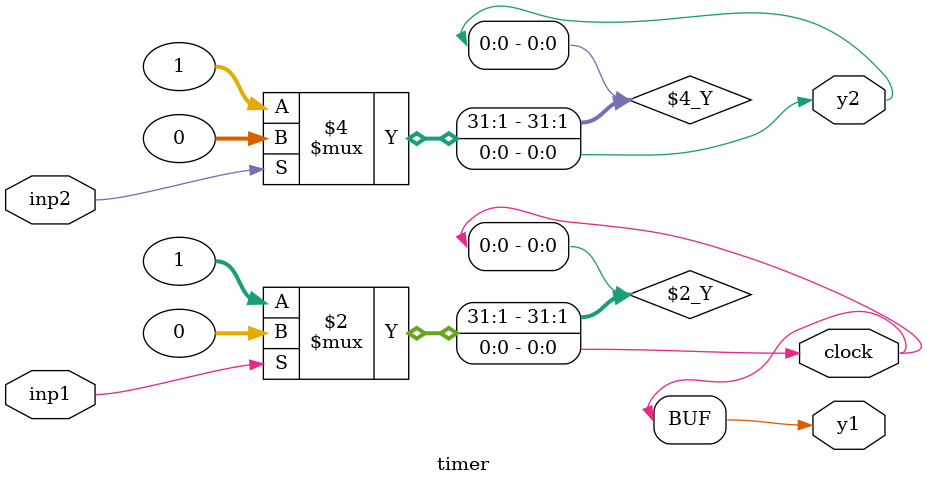
<source format=v>
`timescale 1ns / 1ps
module timer(
  output clock,
  inout inp1,
  inout inp2,
  output y1,
  output y2
);





assign y1 = inp1 == 1 ? 0:1;
assign y2 = inp2 == 1 ? 0:1;
assign clock = y1;

/// Slikica na zaslonu v bistvu ozadje





endmodule

</source>
